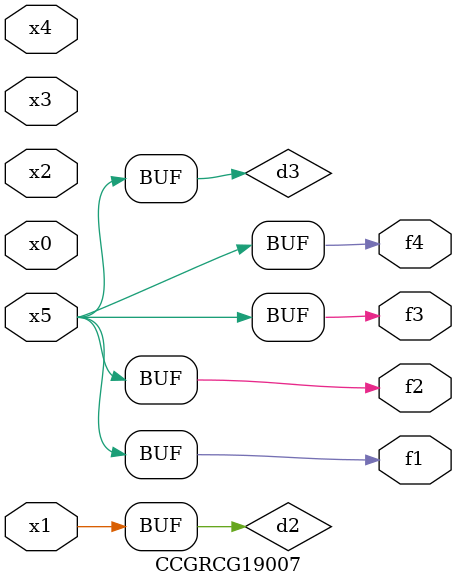
<source format=v>
module CCGRCG19007(
	input x0, x1, x2, x3, x4, x5,
	output f1, f2, f3, f4
);

	wire d1, d2, d3;

	not (d1, x5);
	or (d2, x1);
	xnor (d3, d1);
	assign f1 = d3;
	assign f2 = d3;
	assign f3 = d3;
	assign f4 = d3;
endmodule

</source>
